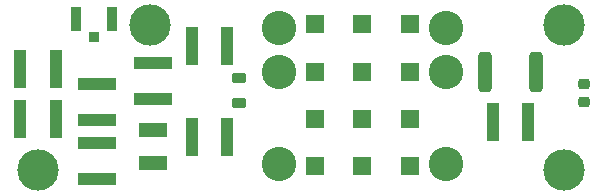
<source format=gts>
G04 #@! TF.GenerationSoftware,KiCad,Pcbnew,7.0.9*
G04 #@! TF.CreationDate,2023-11-27T12:39:36-05:00*
G04 #@! TF.ProjectId,GE_3T_Wantcom_motherboard,47455f33-545f-4576-916e-74636f6d5f6d,0*
G04 #@! TF.SameCoordinates,Original*
G04 #@! TF.FileFunction,Soldermask,Top*
G04 #@! TF.FilePolarity,Negative*
%FSLAX46Y46*%
G04 Gerber Fmt 4.6, Leading zero omitted, Abs format (unit mm)*
G04 Created by KiCad (PCBNEW 7.0.9) date 2023-11-27 12:39:36*
%MOMM*%
%LPD*%
G01*
G04 APERTURE LIST*
G04 Aperture macros list*
%AMRoundRect*
0 Rectangle with rounded corners*
0 $1 Rounding radius*
0 $2 $3 $4 $5 $6 $7 $8 $9 X,Y pos of 4 corners*
0 Add a 4 corners polygon primitive as box body*
4,1,4,$2,$3,$4,$5,$6,$7,$8,$9,$2,$3,0*
0 Add four circle primitives for the rounded corners*
1,1,$1+$1,$2,$3*
1,1,$1+$1,$4,$5*
1,1,$1+$1,$6,$7*
1,1,$1+$1,$8,$9*
0 Add four rect primitives between the rounded corners*
20,1,$1+$1,$2,$3,$4,$5,0*
20,1,$1+$1,$4,$5,$6,$7,0*
20,1,$1+$1,$6,$7,$8,$9,0*
20,1,$1+$1,$8,$9,$2,$3,0*%
G04 Aperture macros list end*
%ADD10C,3.500000*%
%ADD11C,2.920000*%
%ADD12R,1.500000X1.500000*%
%ADD13RoundRect,0.218750X0.381250X-0.218750X0.381250X0.218750X-0.381250X0.218750X-0.381250X-0.218750X0*%
%ADD14R,0.990600X3.251200*%
%ADD15RoundRect,0.250000X0.312500X1.450000X-0.312500X1.450000X-0.312500X-1.450000X0.312500X-1.450000X0*%
%ADD16R,3.251200X0.990600*%
%ADD17R,2.360000X1.270000*%
%ADD18R,0.838200X0.889000*%
%ADD19R,0.889000X2.057400*%
%ADD20RoundRect,0.225000X-0.250000X0.225000X-0.250000X-0.225000X0.250000X-0.225000X0.250000X0.225000X0*%
G04 APERTURE END LIST*
D10*
X158000000Y-114750000D03*
X167500000Y-102500000D03*
X202500000Y-102500000D03*
X202500000Y-114750000D03*
D11*
X178400000Y-106450000D03*
X192500000Y-106450000D03*
X178400000Y-102750000D03*
X178400000Y-114250000D03*
D12*
X181450000Y-102450000D03*
X181450000Y-106450000D03*
X181450000Y-110450000D03*
X181450000Y-114450000D03*
X185450000Y-102450000D03*
X185450000Y-106450000D03*
X185450000Y-110450000D03*
X185450000Y-114450000D03*
X189450000Y-102450000D03*
X189450000Y-106450000D03*
X189450000Y-110450000D03*
X189450000Y-114450000D03*
D11*
X192500000Y-102750000D03*
X192500000Y-114250000D03*
D13*
X175000000Y-109125000D03*
X175000000Y-107000000D03*
D14*
X159511300Y-106250000D03*
X156488700Y-106250000D03*
D15*
X200117500Y-106500000D03*
X195842500Y-106500000D03*
D16*
X163000000Y-107488700D03*
X163000000Y-110511300D03*
D17*
X167750000Y-114145000D03*
X167750000Y-111355000D03*
D14*
X159511300Y-110500000D03*
X156488700Y-110500000D03*
D18*
X162750000Y-103548399D03*
D19*
X161250000Y-101999990D03*
X164250000Y-101999990D03*
D14*
X196488700Y-110740000D03*
X199511300Y-110740000D03*
X170988700Y-112000000D03*
X174011300Y-112000000D03*
D16*
X167750000Y-105738700D03*
X167750000Y-108761300D03*
D20*
X204250000Y-107475000D03*
X204250000Y-109025000D03*
D16*
X163000000Y-112488700D03*
X163000000Y-115511300D03*
D14*
X171000000Y-104250000D03*
X174022600Y-104250000D03*
M02*

</source>
